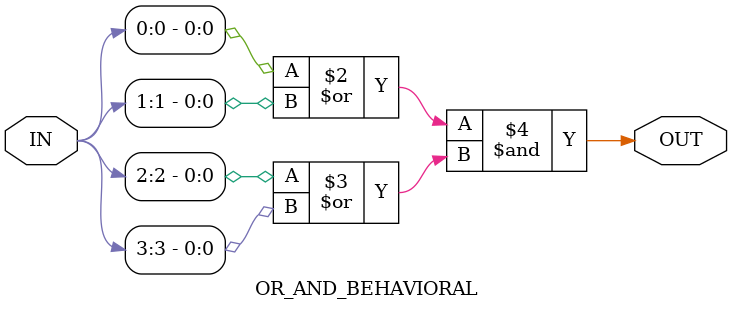
<source format=v>
module OR_AND_BEHAVIORAL(IN, OUT);

	input [3:0] IN;
	output OUT;
	reg OUT;
	
	always@(IN)
	begin
		OUT = (IN[0]|IN[1]) & (IN[2]|IN[3]);
	end
endmodule

</source>
